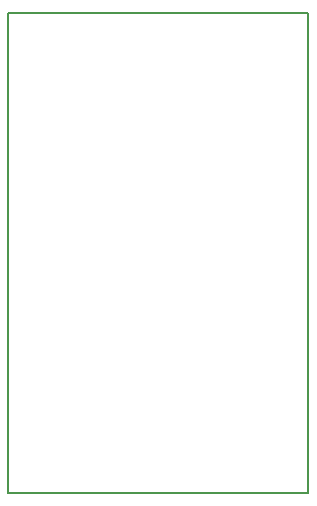
<source format=gbr>
G04 #@! TF.GenerationSoftware,KiCad,Pcbnew,(5.0.1)-3*
G04 #@! TF.CreationDate,2018-12-07T17:19:34-08:00*
G04 #@! TF.ProjectId,500-1088,3530302D313038382E6B696361645F70,rev?*
G04 #@! TF.SameCoordinates,Original*
G04 #@! TF.FileFunction,Profile,NP*
%FSLAX46Y46*%
G04 Gerber Fmt 4.6, Leading zero omitted, Abs format (unit mm)*
G04 Created by KiCad (PCBNEW (5.0.1)-3) date 12/7/2018 5:19:34 PM*
%MOMM*%
%LPD*%
G01*
G04 APERTURE LIST*
%ADD10C,0.150000*%
G04 APERTURE END LIST*
D10*
X119380000Y-121920000D02*
X119380000Y-124460000D01*
X93980000Y-121920000D02*
X93980000Y-124460000D01*
X93980000Y-83820000D02*
X119380000Y-83820000D01*
X93980000Y-121920000D02*
X93980000Y-83820000D01*
X119380000Y-124460000D02*
X93980000Y-124460000D01*
X119380000Y-83820000D02*
X119380000Y-121920000D01*
M02*

</source>
